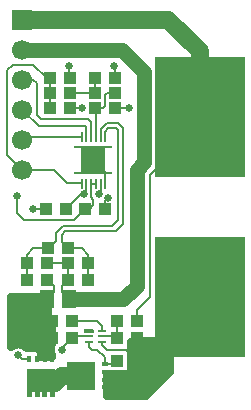
<source format=gtl>
G04 DipTrace 3.0.0.1*
G04 battery-fuel_gauge_V2.GTL*
%MOIN*%
G04 #@! TF.FileFunction,Copper,L1,Top*
G04 #@! TF.Part,Single*
%AMOUTLINE0*
4,1,12,
0.064961,0.048228,
0.064961,0.038386,
0.038386,0.038386,
0.038386,-0.038386,
0.064961,-0.038386,
0.064961,-0.048228,
-0.064961,-0.048228,
-0.064961,-0.038386,
-0.038386,-0.038386,
-0.038386,0.038386,
-0.064961,0.038386,
-0.064961,0.048228,
0.064961,0.048228,
0*%
%AMOUTLINE3*
4,1,16,
-0.047244,0.045472,
0.047244,0.045472,
0.047244,-0.045472,
0.029528,-0.045472,
0.029528,-0.029331,
0.021654,-0.029331,
0.021654,-0.045472,
0.003937,-0.045472,
0.003937,-0.029331,
-0.003937,-0.029331,
-0.003937,-0.045472,
-0.021654,-0.045472,
-0.021654,-0.029331,
-0.029528,-0.029331,
-0.029528,-0.045472,
-0.047244,-0.045472,
-0.047244,0.045472,
0*%
%AMOUTLINE6*
4,1,16,
0.045472,0.047244,
0.045472,-0.047244,
-0.045472,-0.047244,
-0.045472,-0.029528,
-0.029331,-0.029528,
-0.029331,-0.021654,
-0.045472,-0.021654,
-0.045472,-0.003937,
-0.029331,-0.003937,
-0.029331,0.003937,
-0.045472,0.003937,
-0.045472,0.021654,
-0.029331,0.021654,
-0.029331,0.029528,
-0.045472,0.029528,
-0.045472,0.047244,
0.045472,0.047244,
0*%
%AMOUTLINE9*
4,1,5,
0.016732,-0.005512,
-0.016732,-0.005512,
-0.016732,0.005512,
0.012795,0.005512,
0.016732,0.001575,
0.016732,-0.005512,
0*%
G04 #@! TA.AperFunction,Conductor*
%ADD14C,0.008*%
%ADD15C,0.05*%
%ADD16C,0.007874*%
%ADD17C,0.06*%
G04 #@! TA.AperFunction,CopperBalancing*
%ADD18C,0.025*%
%ADD22O,0.007874X0.033465*%
%ADD23R,0.043307X0.03937*%
%ADD24R,0.051181X0.059055*%
G04 #@! TA.AperFunction,ComponentPad*
%ADD25R,0.066929X0.066929*%
%ADD26C,0.066929*%
%ADD27R,0.3X0.4*%
%ADD30R,0.017717X0.024803*%
%ADD31R,0.024803X0.017717*%
%ADD33R,0.029528X0.011024*%
%ADD59OUTLINE0*%
%ADD62OUTLINE3*%
%ADD65OUTLINE6*%
%ADD68OUTLINE9*%
%FSLAX26Y26*%
G04*
G70*
G90*
G75*
G01*
G04 Top*
%LPD*%
X624852Y787450D2*
D14*
X599950Y812352D1*
Y831200D1*
X618701Y849950D1*
X622736D1*
Y906201D1*
X552166D1*
X468701Y1618701D2*
D15*
X799950D1*
X874950Y1543701D1*
Y1243700D1*
X849950Y1218700D1*
Y831200D1*
X806201Y787450D1*
X624852D1*
X777164Y1424949D2*
D14*
Y1424950D1*
X824950D1*
X777164Y1524950D2*
Y1562452D1*
X774950D1*
X627166Y1524952D2*
X624950Y1527167D1*
Y1562450D1*
X724950Y1218701D2*
X715576Y1228075D1*
X684326D1*
X706201Y1249950D1*
X724950Y1268700D1*
Y1281201D1*
X706201Y1249950D2*
X724950D1*
X706201D2*
X687452Y1268700D1*
Y1281201D1*
X706201Y1249950D2*
X687452D1*
X706201D2*
X687452Y1231201D1*
Y1218701D1*
X706201Y1249950D2*
X724950Y1231201D1*
Y1218701D1*
X745916Y1087450D2*
Y1114666D1*
X756201Y1124950D1*
X547736Y1087450D2*
X506201D1*
X745571Y1172194D2*
Y1210580D1*
X706201Y1249950D1*
X724950Y1137450D2*
X729823D1*
Y1172194D1*
X674950Y1137450D2*
X682579D1*
Y1172194D1*
X614666Y1087450D2*
X664666Y1137450D1*
X674950D1*
X627166Y1424950D2*
X668701D1*
X743946Y569587D2*
X773622D1*
X785236Y581201D1*
X689814Y642765D2*
Y628839D1*
X699952Y618701D1*
X718700D1*
X743700Y593701D1*
Y569834D1*
X743946Y569587D1*
X689814Y662450D2*
X639664D1*
X633415Y656201D1*
X492814Y587697D2*
X468453D1*
X456200Y599950D1*
X599950Y618701D2*
Y622736D1*
X633415Y656201D1*
X852166Y581201D2*
Y656201D1*
X924949D1*
X1062450Y793702D1*
X735089Y642765D2*
Y633562D1*
X749950Y618701D1*
X814666D1*
X852166Y581201D1*
X710235Y1524950D2*
X710234Y1474948D1*
X627166Y1474950D2*
X710234D1*
Y1474948D1*
X560236Y1524952D2*
X549950D1*
X506201Y1568701D1*
X437450D1*
X418701Y1549952D1*
Y1268701D1*
X468701Y1218701D1*
X574950D1*
X618701Y1174950D1*
X664075D1*
D16*
X666831Y1172194D1*
X560236Y1524952D2*
D14*
Y1424950D1*
Y1474950D2*
Y1424950D1*
X777163Y1474948D2*
X749948D1*
X743701Y1468701D1*
Y1431201D1*
X737449Y1424949D1*
X710235D1*
X714075Y1327706D2*
Y1424949D1*
X710235D1*
X531200Y507776D2*
D17*
X576526D1*
X599952Y531201D1*
X664025D1*
X785236Y712450D2*
D14*
Y656201D1*
X735089Y662450D2*
X778987D1*
X785236Y656201D1*
X666831Y1327706D2*
X440945D1*
X449950Y1318701D1*
X468701D1*
X735089Y682135D2*
Y696062D1*
X718701Y712450D1*
X633415D1*
X682579Y1327706D2*
Y1362450D1*
X524952D1*
X468701Y1418701D1*
X698327Y1327706D2*
Y1376574D1*
X687450Y1387450D1*
X531202D1*
X518701Y1399952D1*
Y1506201D1*
X506201Y1518701D1*
X468701D1*
X689666Y849950D2*
Y906201D1*
Y935234D1*
X668698Y956201D1*
X620915D1*
X729823Y1327706D2*
Y1354823D1*
X749950Y1374950D1*
X787452D1*
X806200Y1356202D1*
Y1037450D1*
X781201Y1012452D1*
X612452D1*
X599950Y999950D1*
Y977166D1*
X620915Y956201D1*
X485236Y849950D2*
Y906201D1*
Y935236D1*
X506201Y956201D1*
X553986D1*
X745571Y1327706D2*
D16*
Y1345571D1*
D14*
X756201Y1356201D1*
X781201D1*
X787450Y1349952D1*
Y1049950D1*
X768701Y1031201D1*
X606201D1*
X581201Y1006201D1*
Y981201D1*
X556201Y956201D1*
X553986D1*
X852166Y712450D2*
Y752166D1*
X893700Y793700D1*
Y1199949D1*
X1062450Y1368700D1*
Y1393702D1*
X698327Y1172194D2*
D16*
X714075D1*
X468701Y1718701D2*
D17*
X956252D1*
X1062450Y1612503D1*
Y1393702D1*
X678987Y1087450D2*
D14*
X693701D1*
X706201Y1099950D1*
Y1118701D1*
X698327Y1126575D1*
D16*
Y1172194D1*
X449950Y1131201D2*
D14*
Y1074950D1*
X474950Y1049950D1*
X641487D1*
X678987Y1087450D1*
X550049Y787450D2*
X574950Y812353D1*
Y831201D1*
X556201Y849950D1*
X552166D1*
D18*
X824950Y1424950D3*
X774950Y1562452D3*
X624950Y1562450D3*
X756201Y1124950D3*
X506201Y1087450D3*
X668701Y1424950D3*
X456200Y599950D3*
X599950Y618701D3*
X449950Y1131201D3*
X724950Y1137450D3*
X674950D3*
X687452Y1281201D3*
Y1249950D3*
Y1218701D3*
X724950D3*
Y1249950D3*
Y1281201D3*
X833726Y618832D2*
X959927D1*
X833726Y593963D2*
X959927D1*
X833726Y569095D2*
X959927D1*
X833676Y544226D2*
X959927D1*
X752450Y519357D2*
X936684D1*
X752450Y494488D2*
X911831D1*
X752450Y469620D2*
X886928D1*
X828191Y541823D2*
Y540217D1*
X826049Y539839D1*
X822563Y538063D1*
X818701Y537450D1*
X749902D1*
X749950Y462452D1*
X882226D1*
X962478Y542656D1*
X962450Y643652D1*
X831250Y643701D1*
X831047Y547995D1*
X829839Y544276D1*
X828204Y541830D1*
X824376Y538814D1*
X820656Y537605D1*
X818697Y537452D1*
X828814Y542604D1*
X828206Y541832D1*
X433726Y768832D2*
X553676D1*
X433726Y743963D2*
X553676D1*
X433726Y719095D2*
X553676D1*
X433726Y694226D2*
X566176D1*
X433726Y669357D2*
X566176D1*
X433726Y644488D2*
X566176D1*
X527671Y619620D2*
X561440D1*
X533726Y594751D2*
X566176D1*
X483356Y623599D2*
X525172D1*
X525231Y616860D1*
X528206Y614319D1*
X530250Y610986D1*
X531163Y607183D1*
X531202Y593701D1*
X568654D1*
X567874Y602357D1*
X565713Y607576D1*
X564394Y613070D1*
X563950Y618701D1*
X564394Y624332D1*
X565713Y629826D1*
X568700Y636519D1*
Y712450D1*
X564837Y713062D1*
X561353Y714837D1*
X558587Y717603D1*
X556813Y721088D1*
X556200Y724950D1*
X556201Y788500D1*
X551024Y793700D1*
X431250Y793701D1*
X431201Y625878D1*
X437390Y630646D1*
X442423Y633210D1*
X447795Y634956D1*
X453376Y635839D1*
X459024D1*
X464604Y634956D1*
X469977Y633210D1*
X475009Y630646D1*
X479580Y627324D1*
X483327Y623599D1*
D22*
X666831Y1172194D3*
X682579D3*
X698327D3*
X714075D3*
X729823D3*
X745571D3*
Y1327706D3*
X729823D3*
X714075D3*
X698327D3*
X682579D3*
X666831D3*
D59*
X706201Y1249950D3*
D23*
X710235Y1424949D3*
X777164D3*
X560236Y1524952D3*
X627166D3*
X678987Y1087450D3*
X745916D3*
X614666D3*
X547736D3*
X777164Y1524950D3*
X710235D3*
X627166Y1474950D3*
X560236D3*
Y1424950D3*
X627166D3*
X777163Y1474948D3*
X710234D3*
D24*
X550049Y787450D3*
X624852D3*
D23*
X552166Y849950D3*
X485236D3*
X622736D3*
X689666D3*
X485236Y906201D3*
X552166D3*
X689666D3*
X622736D3*
X553986Y956201D3*
X620915D3*
D25*
X468701Y1718701D3*
D26*
Y1618701D3*
Y1518701D3*
Y1418701D3*
Y1318701D3*
Y1218701D3*
D23*
X785236Y656201D3*
X852166D3*
D27*
X1062450Y1393702D3*
Y793702D3*
D30*
X569586Y587697D3*
X543995D3*
X518404D3*
X492814D3*
D62*
X531200Y507776D3*
D31*
X743946Y492815D3*
Y518406D3*
Y543996D3*
Y569587D3*
D65*
X664025Y531201D3*
D23*
X566486Y656201D3*
X633415D3*
X852166Y581201D3*
X785236D3*
Y712450D3*
X852166D3*
D68*
X691782Y682135D3*
D33*
X689814Y662450D3*
Y642765D3*
X735089D3*
Y662450D3*
Y682135D3*
D23*
X566486Y712450D3*
X633415D3*
M02*

</source>
